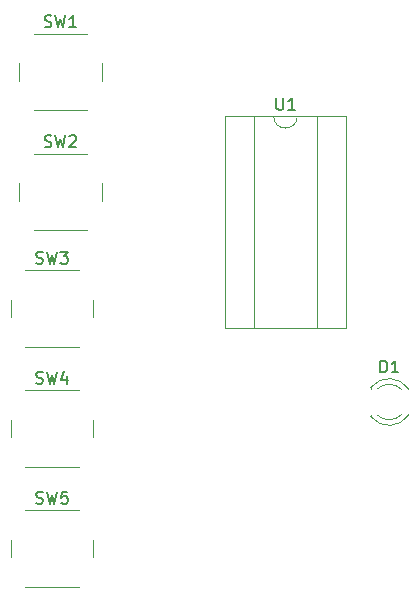
<source format=gbr>
%TF.GenerationSoftware,KiCad,Pcbnew,7.0.10*%
%TF.CreationDate,2024-05-08T18:11:24-05:00*%
%TF.ProjectId,pk16,706b3136-2e6b-4696-9361-645f70636258,rev?*%
%TF.SameCoordinates,Original*%
%TF.FileFunction,Legend,Top*%
%TF.FilePolarity,Positive*%
%FSLAX46Y46*%
G04 Gerber Fmt 4.6, Leading zero omitted, Abs format (unit mm)*
G04 Created by KiCad (PCBNEW 7.0.10) date 2024-05-08 18:11:24*
%MOMM*%
%LPD*%
G01*
G04 APERTURE LIST*
%ADD10C,0.150000*%
%ADD11C,0.120000*%
G04 APERTURE END LIST*
D10*
X23356667Y-66987200D02*
X23499524Y-67034819D01*
X23499524Y-67034819D02*
X23737619Y-67034819D01*
X23737619Y-67034819D02*
X23832857Y-66987200D01*
X23832857Y-66987200D02*
X23880476Y-66939580D01*
X23880476Y-66939580D02*
X23928095Y-66844342D01*
X23928095Y-66844342D02*
X23928095Y-66749104D01*
X23928095Y-66749104D02*
X23880476Y-66653866D01*
X23880476Y-66653866D02*
X23832857Y-66606247D01*
X23832857Y-66606247D02*
X23737619Y-66558628D01*
X23737619Y-66558628D02*
X23547143Y-66511009D01*
X23547143Y-66511009D02*
X23451905Y-66463390D01*
X23451905Y-66463390D02*
X23404286Y-66415771D01*
X23404286Y-66415771D02*
X23356667Y-66320533D01*
X23356667Y-66320533D02*
X23356667Y-66225295D01*
X23356667Y-66225295D02*
X23404286Y-66130057D01*
X23404286Y-66130057D02*
X23451905Y-66082438D01*
X23451905Y-66082438D02*
X23547143Y-66034819D01*
X23547143Y-66034819D02*
X23785238Y-66034819D01*
X23785238Y-66034819D02*
X23928095Y-66082438D01*
X24261429Y-66034819D02*
X24499524Y-67034819D01*
X24499524Y-67034819D02*
X24690000Y-66320533D01*
X24690000Y-66320533D02*
X24880476Y-67034819D01*
X24880476Y-67034819D02*
X25118572Y-66034819D01*
X25975714Y-66034819D02*
X25499524Y-66034819D01*
X25499524Y-66034819D02*
X25451905Y-66511009D01*
X25451905Y-66511009D02*
X25499524Y-66463390D01*
X25499524Y-66463390D02*
X25594762Y-66415771D01*
X25594762Y-66415771D02*
X25832857Y-66415771D01*
X25832857Y-66415771D02*
X25928095Y-66463390D01*
X25928095Y-66463390D02*
X25975714Y-66511009D01*
X25975714Y-66511009D02*
X26023333Y-66606247D01*
X26023333Y-66606247D02*
X26023333Y-66844342D01*
X26023333Y-66844342D02*
X25975714Y-66939580D01*
X25975714Y-66939580D02*
X25928095Y-66987200D01*
X25928095Y-66987200D02*
X25832857Y-67034819D01*
X25832857Y-67034819D02*
X25594762Y-67034819D01*
X25594762Y-67034819D02*
X25499524Y-66987200D01*
X25499524Y-66987200D02*
X25451905Y-66939580D01*
X23356667Y-56827200D02*
X23499524Y-56874819D01*
X23499524Y-56874819D02*
X23737619Y-56874819D01*
X23737619Y-56874819D02*
X23832857Y-56827200D01*
X23832857Y-56827200D02*
X23880476Y-56779580D01*
X23880476Y-56779580D02*
X23928095Y-56684342D01*
X23928095Y-56684342D02*
X23928095Y-56589104D01*
X23928095Y-56589104D02*
X23880476Y-56493866D01*
X23880476Y-56493866D02*
X23832857Y-56446247D01*
X23832857Y-56446247D02*
X23737619Y-56398628D01*
X23737619Y-56398628D02*
X23547143Y-56351009D01*
X23547143Y-56351009D02*
X23451905Y-56303390D01*
X23451905Y-56303390D02*
X23404286Y-56255771D01*
X23404286Y-56255771D02*
X23356667Y-56160533D01*
X23356667Y-56160533D02*
X23356667Y-56065295D01*
X23356667Y-56065295D02*
X23404286Y-55970057D01*
X23404286Y-55970057D02*
X23451905Y-55922438D01*
X23451905Y-55922438D02*
X23547143Y-55874819D01*
X23547143Y-55874819D02*
X23785238Y-55874819D01*
X23785238Y-55874819D02*
X23928095Y-55922438D01*
X24261429Y-55874819D02*
X24499524Y-56874819D01*
X24499524Y-56874819D02*
X24690000Y-56160533D01*
X24690000Y-56160533D02*
X24880476Y-56874819D01*
X24880476Y-56874819D02*
X25118572Y-55874819D01*
X25928095Y-56208152D02*
X25928095Y-56874819D01*
X25690000Y-55827200D02*
X25451905Y-56541485D01*
X25451905Y-56541485D02*
X26070952Y-56541485D01*
X23356667Y-46667200D02*
X23499524Y-46714819D01*
X23499524Y-46714819D02*
X23737619Y-46714819D01*
X23737619Y-46714819D02*
X23832857Y-46667200D01*
X23832857Y-46667200D02*
X23880476Y-46619580D01*
X23880476Y-46619580D02*
X23928095Y-46524342D01*
X23928095Y-46524342D02*
X23928095Y-46429104D01*
X23928095Y-46429104D02*
X23880476Y-46333866D01*
X23880476Y-46333866D02*
X23832857Y-46286247D01*
X23832857Y-46286247D02*
X23737619Y-46238628D01*
X23737619Y-46238628D02*
X23547143Y-46191009D01*
X23547143Y-46191009D02*
X23451905Y-46143390D01*
X23451905Y-46143390D02*
X23404286Y-46095771D01*
X23404286Y-46095771D02*
X23356667Y-46000533D01*
X23356667Y-46000533D02*
X23356667Y-45905295D01*
X23356667Y-45905295D02*
X23404286Y-45810057D01*
X23404286Y-45810057D02*
X23451905Y-45762438D01*
X23451905Y-45762438D02*
X23547143Y-45714819D01*
X23547143Y-45714819D02*
X23785238Y-45714819D01*
X23785238Y-45714819D02*
X23928095Y-45762438D01*
X24261429Y-45714819D02*
X24499524Y-46714819D01*
X24499524Y-46714819D02*
X24690000Y-46000533D01*
X24690000Y-46000533D02*
X24880476Y-46714819D01*
X24880476Y-46714819D02*
X25118572Y-45714819D01*
X25404286Y-45714819D02*
X26023333Y-45714819D01*
X26023333Y-45714819D02*
X25690000Y-46095771D01*
X25690000Y-46095771D02*
X25832857Y-46095771D01*
X25832857Y-46095771D02*
X25928095Y-46143390D01*
X25928095Y-46143390D02*
X25975714Y-46191009D01*
X25975714Y-46191009D02*
X26023333Y-46286247D01*
X26023333Y-46286247D02*
X26023333Y-46524342D01*
X26023333Y-46524342D02*
X25975714Y-46619580D01*
X25975714Y-46619580D02*
X25928095Y-46667200D01*
X25928095Y-46667200D02*
X25832857Y-46714819D01*
X25832857Y-46714819D02*
X25547143Y-46714819D01*
X25547143Y-46714819D02*
X25451905Y-46667200D01*
X25451905Y-46667200D02*
X25404286Y-46619580D01*
X24066667Y-36797200D02*
X24209524Y-36844819D01*
X24209524Y-36844819D02*
X24447619Y-36844819D01*
X24447619Y-36844819D02*
X24542857Y-36797200D01*
X24542857Y-36797200D02*
X24590476Y-36749580D01*
X24590476Y-36749580D02*
X24638095Y-36654342D01*
X24638095Y-36654342D02*
X24638095Y-36559104D01*
X24638095Y-36559104D02*
X24590476Y-36463866D01*
X24590476Y-36463866D02*
X24542857Y-36416247D01*
X24542857Y-36416247D02*
X24447619Y-36368628D01*
X24447619Y-36368628D02*
X24257143Y-36321009D01*
X24257143Y-36321009D02*
X24161905Y-36273390D01*
X24161905Y-36273390D02*
X24114286Y-36225771D01*
X24114286Y-36225771D02*
X24066667Y-36130533D01*
X24066667Y-36130533D02*
X24066667Y-36035295D01*
X24066667Y-36035295D02*
X24114286Y-35940057D01*
X24114286Y-35940057D02*
X24161905Y-35892438D01*
X24161905Y-35892438D02*
X24257143Y-35844819D01*
X24257143Y-35844819D02*
X24495238Y-35844819D01*
X24495238Y-35844819D02*
X24638095Y-35892438D01*
X24971429Y-35844819D02*
X25209524Y-36844819D01*
X25209524Y-36844819D02*
X25400000Y-36130533D01*
X25400000Y-36130533D02*
X25590476Y-36844819D01*
X25590476Y-36844819D02*
X25828572Y-35844819D01*
X26161905Y-35940057D02*
X26209524Y-35892438D01*
X26209524Y-35892438D02*
X26304762Y-35844819D01*
X26304762Y-35844819D02*
X26542857Y-35844819D01*
X26542857Y-35844819D02*
X26638095Y-35892438D01*
X26638095Y-35892438D02*
X26685714Y-35940057D01*
X26685714Y-35940057D02*
X26733333Y-36035295D01*
X26733333Y-36035295D02*
X26733333Y-36130533D01*
X26733333Y-36130533D02*
X26685714Y-36273390D01*
X26685714Y-36273390D02*
X26114286Y-36844819D01*
X26114286Y-36844819D02*
X26733333Y-36844819D01*
X24066667Y-26637200D02*
X24209524Y-26684819D01*
X24209524Y-26684819D02*
X24447619Y-26684819D01*
X24447619Y-26684819D02*
X24542857Y-26637200D01*
X24542857Y-26637200D02*
X24590476Y-26589580D01*
X24590476Y-26589580D02*
X24638095Y-26494342D01*
X24638095Y-26494342D02*
X24638095Y-26399104D01*
X24638095Y-26399104D02*
X24590476Y-26303866D01*
X24590476Y-26303866D02*
X24542857Y-26256247D01*
X24542857Y-26256247D02*
X24447619Y-26208628D01*
X24447619Y-26208628D02*
X24257143Y-26161009D01*
X24257143Y-26161009D02*
X24161905Y-26113390D01*
X24161905Y-26113390D02*
X24114286Y-26065771D01*
X24114286Y-26065771D02*
X24066667Y-25970533D01*
X24066667Y-25970533D02*
X24066667Y-25875295D01*
X24066667Y-25875295D02*
X24114286Y-25780057D01*
X24114286Y-25780057D02*
X24161905Y-25732438D01*
X24161905Y-25732438D02*
X24257143Y-25684819D01*
X24257143Y-25684819D02*
X24495238Y-25684819D01*
X24495238Y-25684819D02*
X24638095Y-25732438D01*
X24971429Y-25684819D02*
X25209524Y-26684819D01*
X25209524Y-26684819D02*
X25400000Y-25970533D01*
X25400000Y-25970533D02*
X25590476Y-26684819D01*
X25590476Y-26684819D02*
X25828572Y-25684819D01*
X26733333Y-26684819D02*
X26161905Y-26684819D01*
X26447619Y-26684819D02*
X26447619Y-25684819D01*
X26447619Y-25684819D02*
X26352381Y-25827676D01*
X26352381Y-25827676D02*
X26257143Y-25922914D01*
X26257143Y-25922914D02*
X26161905Y-25970533D01*
X52491905Y-55914819D02*
X52491905Y-54914819D01*
X52491905Y-54914819D02*
X52730000Y-54914819D01*
X52730000Y-54914819D02*
X52872857Y-54962438D01*
X52872857Y-54962438D02*
X52968095Y-55057676D01*
X52968095Y-55057676D02*
X53015714Y-55152914D01*
X53015714Y-55152914D02*
X53063333Y-55343390D01*
X53063333Y-55343390D02*
X53063333Y-55486247D01*
X53063333Y-55486247D02*
X53015714Y-55676723D01*
X53015714Y-55676723D02*
X52968095Y-55771961D01*
X52968095Y-55771961D02*
X52872857Y-55867200D01*
X52872857Y-55867200D02*
X52730000Y-55914819D01*
X52730000Y-55914819D02*
X52491905Y-55914819D01*
X54015714Y-55914819D02*
X53444286Y-55914819D01*
X53730000Y-55914819D02*
X53730000Y-54914819D01*
X53730000Y-54914819D02*
X53634762Y-55057676D01*
X53634762Y-55057676D02*
X53539524Y-55152914D01*
X53539524Y-55152914D02*
X53444286Y-55200533D01*
X43688095Y-32684819D02*
X43688095Y-33494342D01*
X43688095Y-33494342D02*
X43735714Y-33589580D01*
X43735714Y-33589580D02*
X43783333Y-33637200D01*
X43783333Y-33637200D02*
X43878571Y-33684819D01*
X43878571Y-33684819D02*
X44069047Y-33684819D01*
X44069047Y-33684819D02*
X44164285Y-33637200D01*
X44164285Y-33637200D02*
X44211904Y-33589580D01*
X44211904Y-33589580D02*
X44259523Y-33494342D01*
X44259523Y-33494342D02*
X44259523Y-32684819D01*
X45259523Y-33684819D02*
X44688095Y-33684819D01*
X44973809Y-33684819D02*
X44973809Y-32684819D01*
X44973809Y-32684819D02*
X44878571Y-32827676D01*
X44878571Y-32827676D02*
X44783333Y-32922914D01*
X44783333Y-32922914D02*
X44688095Y-32970533D01*
D11*
%TO.C,SW5*%
X28190000Y-71580000D02*
X28190000Y-70080000D01*
X26940000Y-67580000D02*
X22440000Y-67580000D01*
X21190000Y-70080000D02*
X21190000Y-71580000D01*
X22440000Y-74080000D02*
X26940000Y-74080000D01*
%TO.C,SW4*%
X28190000Y-61420000D02*
X28190000Y-59920000D01*
X26940000Y-57420000D02*
X22440000Y-57420000D01*
X21190000Y-59920000D02*
X21190000Y-61420000D01*
X22440000Y-63920000D02*
X26940000Y-63920000D01*
%TO.C,SW3*%
X28190000Y-51260000D02*
X28190000Y-49760000D01*
X26940000Y-47260000D02*
X22440000Y-47260000D01*
X21190000Y-49760000D02*
X21190000Y-51260000D01*
X22440000Y-53760000D02*
X26940000Y-53760000D01*
%TO.C,SW2*%
X28900000Y-41390000D02*
X28900000Y-39890000D01*
X27650000Y-37390000D02*
X23150000Y-37390000D01*
X21900000Y-39890000D02*
X21900000Y-41390000D01*
X23150000Y-43890000D02*
X27650000Y-43890000D01*
%TO.C,SW1*%
X23150000Y-33730000D02*
X27650000Y-33730000D01*
X21900000Y-29730000D02*
X21900000Y-31230000D01*
X27650000Y-27230000D02*
X23150000Y-27230000D01*
X28900000Y-31230000D02*
X28900000Y-29730000D01*
%TO.C,D1*%
X54902334Y-57341392D02*
G75*
G03*
X51670001Y-57184485I-1672334J-1078608D01*
G01*
X52189040Y-59499999D02*
G75*
G03*
X54271129Y-59499836I1040960J1079999D01*
G01*
X51670001Y-59655515D02*
G75*
G03*
X54902334Y-59498608I1559999J1235515D01*
G01*
X54271129Y-57340164D02*
G75*
G03*
X52189040Y-57340001I-1041129J-1079836D01*
G01*
X51670000Y-59500000D02*
X51670000Y-59656000D01*
X51670000Y-57184000D02*
X51670000Y-57340000D01*
%TO.C,U1*%
X49590000Y-34170000D02*
X39310000Y-34170000D01*
X49590000Y-52190000D02*
X49590000Y-34170000D01*
X39310000Y-52190000D02*
X49590000Y-52190000D01*
X47100000Y-34230000D02*
X45450000Y-34230000D01*
X41800000Y-34230000D02*
X41800000Y-52130000D01*
X41800000Y-52130000D02*
X47100000Y-52130000D01*
X43450000Y-34230000D02*
X41800000Y-34230000D01*
X39310000Y-34170000D02*
X39310000Y-52190000D01*
X47100000Y-52130000D02*
X47100000Y-34230000D01*
X43450000Y-34230000D02*
G75*
G03*
X45450000Y-34230000I1000000J0D01*
G01*
%TD*%
M02*

</source>
